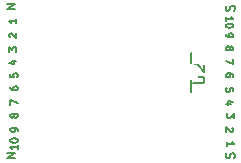
<source format=gbr>
%TF.GenerationSoftware,KiCad,Pcbnew,7.0.2*%
%TF.CreationDate,2023-10-04T16:53:15-06:00*%
%TF.ProjectId,igloo31,69676c6f-6f33-4312-9e6b-696361645f70,rev?*%
%TF.SameCoordinates,Original*%
%TF.FileFunction,Legend,Top*%
%TF.FilePolarity,Positive*%
%FSLAX46Y46*%
G04 Gerber Fmt 4.6, Leading zero omitted, Abs format (unit mm)*
G04 Created by KiCad (PCBNEW 7.0.2) date 2023-10-04 16:53:15*
%MOMM*%
%LPD*%
G01*
G04 APERTURE LIST*
%ADD10C,0.150000*%
%ADD11C,0.200000*%
%ADD12C,0.100000*%
%ADD13C,1.500000*%
%ADD14C,1.450000*%
%ADD15R,1.500000X0.600000*%
G04 APERTURE END LIST*
D10*
X-9646964Y-5985714D02*
X-8896964Y-5985714D01*
X-8896964Y-5985714D02*
X-9646964Y-6414285D01*
X-9646964Y-6414285D02*
X-8896964Y-6414285D01*
X9611250Y-6414285D02*
X9646964Y-6307143D01*
X9646964Y-6307143D02*
X9646964Y-6128571D01*
X9646964Y-6128571D02*
X9611250Y-6057143D01*
X9611250Y-6057143D02*
X9575535Y-6021428D01*
X9575535Y-6021428D02*
X9504107Y-5985714D01*
X9504107Y-5985714D02*
X9432678Y-5985714D01*
X9432678Y-5985714D02*
X9361250Y-6021428D01*
X9361250Y-6021428D02*
X9325535Y-6057143D01*
X9325535Y-6057143D02*
X9289821Y-6128571D01*
X9289821Y-6128571D02*
X9254107Y-6271428D01*
X9254107Y-6271428D02*
X9218392Y-6342857D01*
X9218392Y-6342857D02*
X9182678Y-6378571D01*
X9182678Y-6378571D02*
X9111250Y-6414285D01*
X9111250Y-6414285D02*
X9039821Y-6414285D01*
X9039821Y-6414285D02*
X8968392Y-6378571D01*
X8968392Y-6378571D02*
X8932678Y-6342857D01*
X8932678Y-6342857D02*
X8896964Y-6271428D01*
X8896964Y-6271428D02*
X8896964Y-6092857D01*
X8896964Y-6092857D02*
X8932678Y-5985714D01*
X-9646964Y6614285D02*
X-8896964Y6614285D01*
X-8896964Y6614285D02*
X-9646964Y6185714D01*
X-9646964Y6185714D02*
X-8896964Y6185714D01*
D11*
X6000000Y6000000D02*
X6000000Y-6000000D01*
D10*
X9611250Y6085714D02*
X9646964Y6192857D01*
X9646964Y6192857D02*
X9646964Y6371428D01*
X9646964Y6371428D02*
X9611250Y6442857D01*
X9611250Y6442857D02*
X9575535Y6478571D01*
X9575535Y6478571D02*
X9504107Y6514285D01*
X9504107Y6514285D02*
X9432678Y6514285D01*
X9432678Y6514285D02*
X9361250Y6478571D01*
X9361250Y6478571D02*
X9325535Y6442857D01*
X9325535Y6442857D02*
X9289821Y6371428D01*
X9289821Y6371428D02*
X9254107Y6228571D01*
X9254107Y6228571D02*
X9218392Y6157142D01*
X9218392Y6157142D02*
X9182678Y6121428D01*
X9182678Y6121428D02*
X9111250Y6085714D01*
X9111250Y6085714D02*
X9039821Y6085714D01*
X9039821Y6085714D02*
X8968392Y6121428D01*
X8968392Y6121428D02*
X8932678Y6157142D01*
X8932678Y6157142D02*
X8896964Y6228571D01*
X8896964Y6228571D02*
X8896964Y6407142D01*
X8896964Y6407142D02*
X8932678Y6514285D01*
D11*
X-6000000Y-6000000D02*
X6000000Y-6000000D01*
X-6000000Y6000000D02*
X-6000000Y-6000000D01*
X-6000000Y6000000D02*
X6000000Y6000000D01*
D10*
X9022428Y-5371428D02*
X9022428Y-5028571D01*
X9022428Y-5200000D02*
X9622428Y-5200000D01*
X9622428Y-5200000D02*
X9536714Y-5142857D01*
X9536714Y-5142857D02*
X9479571Y-5085714D01*
X9479571Y-5085714D02*
X9451000Y-5028571D01*
X9522428Y1999999D02*
X9522428Y1599999D01*
X9522428Y1599999D02*
X8922428Y1857142D01*
X-9322428Y-385714D02*
X-9322428Y-499999D01*
X-9322428Y-499999D02*
X-9293857Y-557142D01*
X-9293857Y-557142D02*
X-9265285Y-585714D01*
X-9265285Y-585714D02*
X-9179571Y-642856D01*
X-9179571Y-642856D02*
X-9065285Y-671428D01*
X-9065285Y-671428D02*
X-8836714Y-671428D01*
X-8836714Y-671428D02*
X-8779571Y-642856D01*
X-8779571Y-642856D02*
X-8751000Y-614285D01*
X-8751000Y-614285D02*
X-8722428Y-557142D01*
X-8722428Y-557142D02*
X-8722428Y-442856D01*
X-8722428Y-442856D02*
X-8751000Y-385714D01*
X-8751000Y-385714D02*
X-8779571Y-357142D01*
X-8779571Y-357142D02*
X-8836714Y-328571D01*
X-8836714Y-328571D02*
X-8979571Y-328571D01*
X-8979571Y-328571D02*
X-9036714Y-357142D01*
X-9036714Y-357142D02*
X-9065285Y-385714D01*
X-9065285Y-385714D02*
X-9093857Y-442856D01*
X-9093857Y-442856D02*
X-9093857Y-557142D01*
X-9093857Y-557142D02*
X-9065285Y-614285D01*
X-9065285Y-614285D02*
X-9036714Y-642856D01*
X-9036714Y-642856D02*
X-8979571Y-671428D01*
X8922428Y5214286D02*
X8922428Y5557143D01*
X8922428Y5385714D02*
X9522428Y5385714D01*
X9522428Y5385714D02*
X9436714Y5442857D01*
X9436714Y5442857D02*
X9379571Y5500000D01*
X9379571Y5500000D02*
X9351000Y5557143D01*
X9522428Y4842857D02*
X9522428Y4785714D01*
X9522428Y4785714D02*
X9493857Y4728571D01*
X9493857Y4728571D02*
X9465285Y4700000D01*
X9465285Y4700000D02*
X9408142Y4671428D01*
X9408142Y4671428D02*
X9293857Y4642857D01*
X9293857Y4642857D02*
X9151000Y4642857D01*
X9151000Y4642857D02*
X9036714Y4671428D01*
X9036714Y4671428D02*
X8979571Y4700000D01*
X8979571Y4700000D02*
X8951000Y4728571D01*
X8951000Y4728571D02*
X8922428Y4785714D01*
X8922428Y4785714D02*
X8922428Y4842857D01*
X8922428Y4842857D02*
X8951000Y4900000D01*
X8951000Y4900000D02*
X8979571Y4928571D01*
X8979571Y4928571D02*
X9036714Y4957142D01*
X9036714Y4957142D02*
X9151000Y4985714D01*
X9151000Y4985714D02*
X9293857Y4985714D01*
X9293857Y4985714D02*
X9408142Y4957142D01*
X9408142Y4957142D02*
X9465285Y4928571D01*
X9465285Y4928571D02*
X9493857Y4900000D01*
X9493857Y4900000D02*
X9522428Y4842857D01*
X-9422428Y2600000D02*
X-9422428Y2971428D01*
X-9422428Y2971428D02*
X-9193857Y2771428D01*
X-9193857Y2771428D02*
X-9193857Y2857143D01*
X-9193857Y2857143D02*
X-9165285Y2914286D01*
X-9165285Y2914286D02*
X-9136714Y2942857D01*
X-9136714Y2942857D02*
X-9079571Y2971428D01*
X-9079571Y2971428D02*
X-8936714Y2971428D01*
X-8936714Y2971428D02*
X-8879571Y2942857D01*
X-8879571Y2942857D02*
X-8851000Y2914286D01*
X-8851000Y2914286D02*
X-8822428Y2857143D01*
X-8822428Y2857143D02*
X-8822428Y2685714D01*
X-8822428Y2685714D02*
X-8851000Y2628571D01*
X-8851000Y2628571D02*
X-8879571Y2600000D01*
X9622428Y-2600000D02*
X9622428Y-2971428D01*
X9622428Y-2971428D02*
X9393857Y-2771428D01*
X9393857Y-2771428D02*
X9393857Y-2857143D01*
X9393857Y-2857143D02*
X9365285Y-2914286D01*
X9365285Y-2914286D02*
X9336714Y-2942857D01*
X9336714Y-2942857D02*
X9279571Y-2971428D01*
X9279571Y-2971428D02*
X9136714Y-2971428D01*
X9136714Y-2971428D02*
X9079571Y-2942857D01*
X9079571Y-2942857D02*
X9051000Y-2914286D01*
X9051000Y-2914286D02*
X9022428Y-2857143D01*
X9022428Y-2857143D02*
X9022428Y-2685714D01*
X9022428Y-2685714D02*
X9051000Y-2628571D01*
X9051000Y-2628571D02*
X9079571Y-2600000D01*
X9265285Y2957142D02*
X9293857Y3014285D01*
X9293857Y3014285D02*
X9322428Y3042856D01*
X9322428Y3042856D02*
X9379571Y3071428D01*
X9379571Y3071428D02*
X9408142Y3071428D01*
X9408142Y3071428D02*
X9465285Y3042856D01*
X9465285Y3042856D02*
X9493857Y3014285D01*
X9493857Y3014285D02*
X9522428Y2957142D01*
X9522428Y2957142D02*
X9522428Y2842856D01*
X9522428Y2842856D02*
X9493857Y2785714D01*
X9493857Y2785714D02*
X9465285Y2757142D01*
X9465285Y2757142D02*
X9408142Y2728571D01*
X9408142Y2728571D02*
X9379571Y2728571D01*
X9379571Y2728571D02*
X9322428Y2757142D01*
X9322428Y2757142D02*
X9293857Y2785714D01*
X9293857Y2785714D02*
X9265285Y2842856D01*
X9265285Y2842856D02*
X9265285Y2957142D01*
X9265285Y2957142D02*
X9236714Y3014285D01*
X9236714Y3014285D02*
X9208142Y3042856D01*
X9208142Y3042856D02*
X9151000Y3071428D01*
X9151000Y3071428D02*
X9036714Y3071428D01*
X9036714Y3071428D02*
X8979571Y3042856D01*
X8979571Y3042856D02*
X8951000Y3014285D01*
X8951000Y3014285D02*
X8922428Y2957142D01*
X8922428Y2957142D02*
X8922428Y2842856D01*
X8922428Y2842856D02*
X8951000Y2785714D01*
X8951000Y2785714D02*
X8979571Y2757142D01*
X8979571Y2757142D02*
X9036714Y2728571D01*
X9036714Y2728571D02*
X9151000Y2728571D01*
X9151000Y2728571D02*
X9208142Y2757142D01*
X9208142Y2757142D02*
X9236714Y2785714D01*
X9236714Y2785714D02*
X9265285Y2842856D01*
X-9065285Y-2857142D02*
X-9093857Y-2914285D01*
X-9093857Y-2914285D02*
X-9122428Y-2942856D01*
X-9122428Y-2942856D02*
X-9179571Y-2971428D01*
X-9179571Y-2971428D02*
X-9208142Y-2971428D01*
X-9208142Y-2971428D02*
X-9265285Y-2942856D01*
X-9265285Y-2942856D02*
X-9293857Y-2914285D01*
X-9293857Y-2914285D02*
X-9322428Y-2857142D01*
X-9322428Y-2857142D02*
X-9322428Y-2742856D01*
X-9322428Y-2742856D02*
X-9293857Y-2685714D01*
X-9293857Y-2685714D02*
X-9265285Y-2657142D01*
X-9265285Y-2657142D02*
X-9208142Y-2628571D01*
X-9208142Y-2628571D02*
X-9179571Y-2628571D01*
X-9179571Y-2628571D02*
X-9122428Y-2657142D01*
X-9122428Y-2657142D02*
X-9093857Y-2685714D01*
X-9093857Y-2685714D02*
X-9065285Y-2742856D01*
X-9065285Y-2742856D02*
X-9065285Y-2857142D01*
X-9065285Y-2857142D02*
X-9036714Y-2914285D01*
X-9036714Y-2914285D02*
X-9008142Y-2942856D01*
X-9008142Y-2942856D02*
X-8951000Y-2971428D01*
X-8951000Y-2971428D02*
X-8836714Y-2971428D01*
X-8836714Y-2971428D02*
X-8779571Y-2942856D01*
X-8779571Y-2942856D02*
X-8751000Y-2914285D01*
X-8751000Y-2914285D02*
X-8722428Y-2857142D01*
X-8722428Y-2857142D02*
X-8722428Y-2742856D01*
X-8722428Y-2742856D02*
X-8751000Y-2685714D01*
X-8751000Y-2685714D02*
X-8779571Y-2657142D01*
X-8779571Y-2657142D02*
X-8836714Y-2628571D01*
X-8836714Y-2628571D02*
X-8951000Y-2628571D01*
X-8951000Y-2628571D02*
X-9008142Y-2657142D01*
X-9008142Y-2657142D02*
X-9036714Y-2685714D01*
X-9036714Y-2685714D02*
X-9065285Y-2742856D01*
X9522428Y-742857D02*
X9522428Y-457143D01*
X9522428Y-457143D02*
X9236714Y-428571D01*
X9236714Y-428571D02*
X9265285Y-457143D01*
X9265285Y-457143D02*
X9293857Y-514286D01*
X9293857Y-514286D02*
X9293857Y-657143D01*
X9293857Y-657143D02*
X9265285Y-714286D01*
X9265285Y-714286D02*
X9236714Y-742857D01*
X9236714Y-742857D02*
X9179571Y-771428D01*
X9179571Y-771428D02*
X9036714Y-771428D01*
X9036714Y-771428D02*
X8979571Y-742857D01*
X8979571Y-742857D02*
X8951000Y-714286D01*
X8951000Y-714286D02*
X8922428Y-657143D01*
X8922428Y-657143D02*
X8922428Y-514286D01*
X8922428Y-514286D02*
X8951000Y-457143D01*
X8951000Y-457143D02*
X8979571Y-428571D01*
X8922428Y4114285D02*
X8922428Y3999999D01*
X8922428Y3999999D02*
X8951000Y3942856D01*
X8951000Y3942856D02*
X8979571Y3914285D01*
X8979571Y3914285D02*
X9065285Y3857142D01*
X9065285Y3857142D02*
X9179571Y3828571D01*
X9179571Y3828571D02*
X9408142Y3828571D01*
X9408142Y3828571D02*
X9465285Y3857142D01*
X9465285Y3857142D02*
X9493857Y3885714D01*
X9493857Y3885714D02*
X9522428Y3942856D01*
X9522428Y3942856D02*
X9522428Y4057142D01*
X9522428Y4057142D02*
X9493857Y4114285D01*
X9493857Y4114285D02*
X9465285Y4142856D01*
X9465285Y4142856D02*
X9408142Y4171428D01*
X9408142Y4171428D02*
X9265285Y4171428D01*
X9265285Y4171428D02*
X9208142Y4142856D01*
X9208142Y4142856D02*
X9179571Y4114285D01*
X9179571Y4114285D02*
X9151000Y4057142D01*
X9151000Y4057142D02*
X9151000Y3942856D01*
X9151000Y3942856D02*
X9179571Y3885714D01*
X9179571Y3885714D02*
X9208142Y3857142D01*
X9208142Y3857142D02*
X9265285Y3828571D01*
X-8822428Y5371428D02*
X-8822428Y5028571D01*
X-8822428Y5200000D02*
X-9422428Y5200000D01*
X-9422428Y5200000D02*
X-9336714Y5142857D01*
X-9336714Y5142857D02*
X-9279571Y5085714D01*
X-9279571Y5085714D02*
X-9251000Y5028571D01*
X9522428Y485714D02*
X9522428Y599999D01*
X9522428Y599999D02*
X9493857Y657142D01*
X9493857Y657142D02*
X9465285Y685714D01*
X9465285Y685714D02*
X9379571Y742856D01*
X9379571Y742856D02*
X9265285Y771428D01*
X9265285Y771428D02*
X9036714Y771428D01*
X9036714Y771428D02*
X8979571Y742856D01*
X8979571Y742856D02*
X8951000Y714285D01*
X8951000Y714285D02*
X8922428Y657142D01*
X8922428Y657142D02*
X8922428Y542856D01*
X8922428Y542856D02*
X8951000Y485714D01*
X8951000Y485714D02*
X8979571Y457142D01*
X8979571Y457142D02*
X9036714Y428571D01*
X9036714Y428571D02*
X9179571Y428571D01*
X9179571Y428571D02*
X9236714Y457142D01*
X9236714Y457142D02*
X9265285Y485714D01*
X9265285Y485714D02*
X9293857Y542856D01*
X9293857Y542856D02*
X9293857Y657142D01*
X9293857Y657142D02*
X9265285Y714285D01*
X9265285Y714285D02*
X9236714Y742856D01*
X9236714Y742856D02*
X9179571Y771428D01*
X9322428Y-1814286D02*
X8922428Y-1814286D01*
X9551000Y-1671428D02*
X9122428Y-1528571D01*
X9122428Y-1528571D02*
X9122428Y-1900000D01*
X-9322428Y742857D02*
X-9322428Y457143D01*
X-9322428Y457143D02*
X-9036714Y428571D01*
X-9036714Y428571D02*
X-9065285Y457143D01*
X-9065285Y457143D02*
X-9093857Y514286D01*
X-9093857Y514286D02*
X-9093857Y657143D01*
X-9093857Y657143D02*
X-9065285Y714286D01*
X-9065285Y714286D02*
X-9036714Y742857D01*
X-9036714Y742857D02*
X-8979571Y771428D01*
X-8979571Y771428D02*
X-8836714Y771428D01*
X-8836714Y771428D02*
X-8779571Y742857D01*
X-8779571Y742857D02*
X-8751000Y714286D01*
X-8751000Y714286D02*
X-8722428Y657143D01*
X-8722428Y657143D02*
X-8722428Y514286D01*
X-8722428Y514286D02*
X-8751000Y457143D01*
X-8751000Y457143D02*
X-8779571Y428571D01*
X9465285Y-3828571D02*
X9493857Y-3857143D01*
X9493857Y-3857143D02*
X9522428Y-3914286D01*
X9522428Y-3914286D02*
X9522428Y-4057143D01*
X9522428Y-4057143D02*
X9493857Y-4114286D01*
X9493857Y-4114286D02*
X9465285Y-4142857D01*
X9465285Y-4142857D02*
X9408142Y-4171428D01*
X9408142Y-4171428D02*
X9351000Y-4171428D01*
X9351000Y-4171428D02*
X9265285Y-4142857D01*
X9265285Y-4142857D02*
X8922428Y-3800000D01*
X8922428Y-3800000D02*
X8922428Y-4171428D01*
X-8722428Y-5314286D02*
X-8722428Y-5657143D01*
X-8722428Y-5485714D02*
X-9322428Y-5485714D01*
X-9322428Y-5485714D02*
X-9236714Y-5542857D01*
X-9236714Y-5542857D02*
X-9179571Y-5600000D01*
X-9179571Y-5600000D02*
X-9151000Y-5657143D01*
X-9322428Y-4942857D02*
X-9322428Y-4885714D01*
X-9322428Y-4885714D02*
X-9293857Y-4828571D01*
X-9293857Y-4828571D02*
X-9265285Y-4800000D01*
X-9265285Y-4800000D02*
X-9208142Y-4771428D01*
X-9208142Y-4771428D02*
X-9093857Y-4742857D01*
X-9093857Y-4742857D02*
X-8951000Y-4742857D01*
X-8951000Y-4742857D02*
X-8836714Y-4771428D01*
X-8836714Y-4771428D02*
X-8779571Y-4800000D01*
X-8779571Y-4800000D02*
X-8751000Y-4828571D01*
X-8751000Y-4828571D02*
X-8722428Y-4885714D01*
X-8722428Y-4885714D02*
X-8722428Y-4942857D01*
X-8722428Y-4942857D02*
X-8751000Y-5000000D01*
X-8751000Y-5000000D02*
X-8779571Y-5028571D01*
X-8779571Y-5028571D02*
X-8836714Y-5057142D01*
X-8836714Y-5057142D02*
X-8951000Y-5085714D01*
X-8951000Y-5085714D02*
X-9093857Y-5085714D01*
X-9093857Y-5085714D02*
X-9208142Y-5057142D01*
X-9208142Y-5057142D02*
X-9265285Y-5028571D01*
X-9265285Y-5028571D02*
X-9293857Y-5000000D01*
X-9293857Y-5000000D02*
X-9322428Y-4942857D01*
X-9322428Y-1899999D02*
X-9322428Y-1499999D01*
X-9322428Y-1499999D02*
X-8722428Y-1757142D01*
X-9365285Y3828571D02*
X-9393857Y3857143D01*
X-9393857Y3857143D02*
X-9422428Y3914286D01*
X-9422428Y3914286D02*
X-9422428Y4057143D01*
X-9422428Y4057143D02*
X-9393857Y4114286D01*
X-9393857Y4114286D02*
X-9365285Y4142857D01*
X-9365285Y4142857D02*
X-9308142Y4171428D01*
X-9308142Y4171428D02*
X-9251000Y4171428D01*
X-9251000Y4171428D02*
X-9165285Y4142857D01*
X-9165285Y4142857D02*
X-8822428Y3800000D01*
X-8822428Y3800000D02*
X-8822428Y4171428D01*
X-9222428Y1814286D02*
X-8822428Y1814286D01*
X-9451000Y1671428D02*
X-9022428Y1528571D01*
X-9022428Y1528571D02*
X-9022428Y1900000D01*
X-8722428Y-4114285D02*
X-8722428Y-3999999D01*
X-8722428Y-3999999D02*
X-8751000Y-3942856D01*
X-8751000Y-3942856D02*
X-8779571Y-3914285D01*
X-8779571Y-3914285D02*
X-8865285Y-3857142D01*
X-8865285Y-3857142D02*
X-8979571Y-3828571D01*
X-8979571Y-3828571D02*
X-9208142Y-3828571D01*
X-9208142Y-3828571D02*
X-9265285Y-3857142D01*
X-9265285Y-3857142D02*
X-9293857Y-3885714D01*
X-9293857Y-3885714D02*
X-9322428Y-3942856D01*
X-9322428Y-3942856D02*
X-9322428Y-4057142D01*
X-9322428Y-4057142D02*
X-9293857Y-4114285D01*
X-9293857Y-4114285D02*
X-9265285Y-4142856D01*
X-9265285Y-4142856D02*
X-9208142Y-4171428D01*
X-9208142Y-4171428D02*
X-9065285Y-4171428D01*
X-9065285Y-4171428D02*
X-9008142Y-4142856D01*
X-9008142Y-4142856D02*
X-8979571Y-4114285D01*
X-8979571Y-4114285D02*
X-8951000Y-4057142D01*
X-8951000Y-4057142D02*
X-8951000Y-3942856D01*
X-8951000Y-3942856D02*
X-8979571Y-3885714D01*
X-8979571Y-3885714D02*
X-9008142Y-3857142D01*
X-9008142Y-3857142D02*
X-9065285Y-3828571D01*
%TO.C,U2*%
X6101819Y-69922D02*
X6911342Y-69922D01*
X6911342Y-69922D02*
X7006580Y-22303D01*
X7006580Y-22303D02*
X7054200Y25315D01*
X7054200Y25315D02*
X7101819Y120553D01*
X7101819Y120553D02*
X7101819Y311029D01*
X7101819Y311029D02*
X7054200Y406267D01*
X7054200Y406267D02*
X7006580Y453886D01*
X7006580Y453886D02*
X6911342Y501505D01*
X6911342Y501505D02*
X6101819Y501505D01*
X6197057Y930077D02*
X6149438Y977696D01*
X6149438Y977696D02*
X6101819Y1072934D01*
X6101819Y1072934D02*
X6101819Y1311029D01*
X6101819Y1311029D02*
X6149438Y1406267D01*
X6149438Y1406267D02*
X6197057Y1453886D01*
X6197057Y1453886D02*
X6292295Y1501505D01*
X6292295Y1501505D02*
X6387533Y1501505D01*
X6387533Y1501505D02*
X6530390Y1453886D01*
X6530390Y1453886D02*
X7101819Y882458D01*
X7101819Y882458D02*
X7101819Y1501505D01*
%TO.C,U1*%
X-7608380Y-761904D02*
X-6798857Y-761904D01*
X-6798857Y-761904D02*
X-6703619Y-714285D01*
X-6703619Y-714285D02*
X-6656000Y-666666D01*
X-6656000Y-666666D02*
X-6608380Y-571428D01*
X-6608380Y-571428D02*
X-6608380Y-380952D01*
X-6608380Y-380952D02*
X-6656000Y-285714D01*
X-6656000Y-285714D02*
X-6703619Y-238095D01*
X-6703619Y-238095D02*
X-6798857Y-190476D01*
X-6798857Y-190476D02*
X-7608380Y-190476D01*
X-6608380Y809523D02*
X-6608380Y238095D01*
X-6608380Y523809D02*
X-7608380Y523809D01*
X-7608380Y523809D02*
X-7465523Y428571D01*
X-7465523Y428571D02*
X-7370285Y333333D01*
X-7370285Y333333D02*
X-7322666Y238095D01*
%TD*%
%LPC*%
D12*
X-10300000Y-5850000D02*
X-11500000Y-5850000D01*
X-11500000Y5640000D01*
X-10300000Y5640000D01*
X-10300000Y-5850000D01*
G36*
X-10300000Y-5850000D02*
G01*
X-11500000Y-5850000D01*
X-11500000Y5640000D01*
X-10300000Y5640000D01*
X-10300000Y-5850000D01*
G37*
X11700000Y-5950000D02*
X10500000Y-5950000D01*
X10500000Y5540000D01*
X11700000Y5540000D01*
X11700000Y-5950000D01*
G36*
X11700000Y-5950000D02*
G01*
X10500000Y-5950000D01*
X10500000Y5540000D01*
X11700000Y5540000D01*
X11700000Y-5950000D01*
G37*
D10*
X7500000Y9400000D02*
X8600000Y9400000D01*
X8600000Y5500000D01*
X4400000Y1000000D01*
X4400000Y-1000000D01*
X3200000Y-1200000D01*
X2400000Y-1100000D01*
X2400000Y9449600D01*
X7500000Y9400000D01*
G36*
X7500000Y9400000D02*
G01*
X8600000Y9400000D01*
X8600000Y5500000D01*
X4400000Y1000000D01*
X4400000Y-1000000D01*
X3200000Y-1200000D01*
X2400000Y-1100000D01*
X2400000Y9449600D01*
X7500000Y9400000D01*
G37*
D12*
X2400000Y-9550400D02*
X-8490000Y-9550400D01*
X-8490000Y9449600D01*
X2400000Y9449600D01*
X2400000Y-9550400D01*
G36*
X2400000Y-9550400D02*
G01*
X-8490000Y-9550400D01*
X-8490000Y9449600D01*
X2400000Y9449600D01*
X2400000Y-9550400D01*
G37*
X8550400Y-8750000D02*
X-8449600Y-8750000D01*
X-8449600Y-860000D01*
X8550400Y-860000D01*
X8550400Y-8750000D01*
G36*
X8550400Y-8750000D02*
G01*
X-8449600Y-8750000D01*
X-8449600Y-860000D01*
X8550400Y-860000D01*
X8550400Y-8750000D01*
G37*
D13*
%TO.C,J1*%
X7475000Y-1150000D03*
X-7475000Y-1150000D03*
D14*
X6000000Y850000D03*
X-6000000Y850000D03*
%TD*%
D15*
%TO.C,U2*%
X10500000Y-5143500D03*
X10500000Y-4000500D03*
X10500000Y-2857500D03*
X10500000Y-1714500D03*
X10500000Y-571500D03*
X10500000Y571500D03*
X10500000Y1714500D03*
X10500000Y2857500D03*
X10500000Y4000500D03*
X10500000Y5143500D03*
%TD*%
%TO.C,U1*%
X-10500000Y-5143500D03*
X-10500000Y-4000500D03*
X-10500000Y-2857500D03*
X-10500000Y-1714500D03*
X-10500000Y-571500D03*
X-10500000Y571500D03*
X-10500000Y1714500D03*
X-10500000Y2857500D03*
X-10500000Y4000500D03*
X-10500000Y5143500D03*
%TD*%
%LPD*%
M02*

</source>
